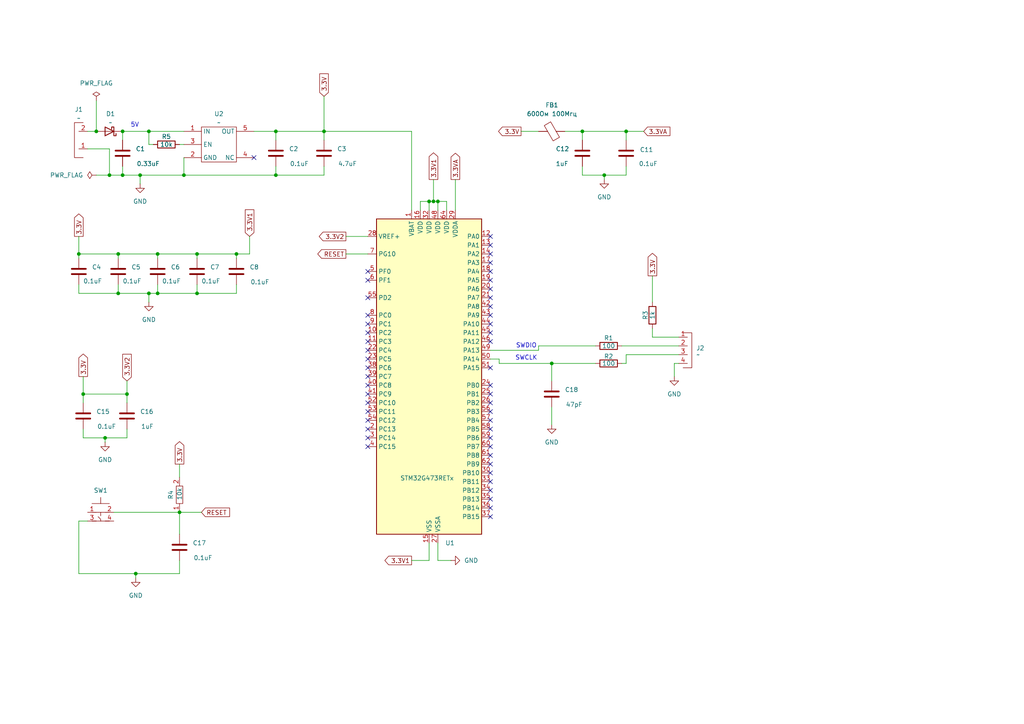
<source format=kicad_sch>
(kicad_sch (version 20250114) (generator "eeschema") (generator_version "9.0")
  (paper "A4")
  (lib_symbols
    (symbol "Device:C" (pin_numbers (hide yes)) (pin_names (offset 0.254))
      (property "Reference" "C" (at 0.635 2.54 0))
      (property "Value" "C" (at 0.635 -2.54 0))
      (symbol "C_0_1"
        (polyline (pts (xy -2.032 0.762) (xy 2.032 0.762)) (stroke (width 0.508)))
        (polyline (pts (xy -2.032 -0.762) (xy 2.032 -0.762)) (stroke (width 0.508)))
      )
      (symbol "C_1_1"
        (pin passive line (at 0 3.81 270) (length 2.794) (name "~") (number "1"))
        (pin passive line (at 0 -3.81 90) (length 2.794) (name "~") (number "2"))
      )
    )
    (symbol "Device:D_Schottky" (pin_numbers (hide yes)) (pin_names (offset 1.016) (hide yes))
      (property "Reference" "D" (at 0 2.54 0))
      (property "Value" "D_Schottky" (at 0 -2.54 0))
      (symbol "D_Schottky_0_1"
        (polyline (pts (xy -1.905 0.635) (xy -1.905 1.27) (xy -1.27 1.27) (xy -1.27 -1.27) (xy -0.635 -1.27) (xy -0.635 -0.635)) (stroke (width 0.254)))
        (polyline (pts (xy 1.27 1.27) (xy 1.27 -1.27) (xy -1.27 0) (xy 1.27 1.27)) (stroke (width 0.254)))
        (polyline (pts (xy 1.27 0) (xy -1.27 0)))
      )
      (symbol "D_Schottky_1_1"
        (pin passive line (at -3.81 0 0) (length 2.54) (name "K") (number "1"))
        (pin passive line (at 3.81 0 180) (length 2.54) (name "A") (number "2"))
      )
    )
    (symbol "Device:FerriteBead" (pin_numbers (hide yes)) (pin_names (offset 0))
      (property "Reference" "FB" (at -3.81 0.635 90))
      (property "Value" "FerriteBead" (at 3.81 0 90))
      (symbol "FerriteBead_0_1"
        (polyline (pts (xy -2.7686 0.4064) (xy -1.7018 2.2606) (xy 2.7686 -0.3048) (xy 1.6764 -2.159) (xy -2.7686 0.4064)))
        (polyline (pts (xy 0 1.27) (xy 0 1.2954)))
        (polyline (pts (xy 0 -1.27) (xy 0 -1.2192)))
      )
      (symbol "FerriteBead_1_1"
        (pin passive line (at 0 3.81 270) (length 2.54) (name "~") (number "1"))
        (pin passive line (at 0 -3.81 90) (length 2.54) (name "~") (number "2"))
      )
    )
    (symbol "Device:R" (pin_numbers (hide yes)) (pin_names (offset 0))
      (property "Reference" "R" (at 2.032 0 90))
      (property "Value" "R" (at 0 0 90))
      (symbol "R_0_1"
        (rectangle (start -1.016 -2.54) (end 1.016 2.54) (stroke (width 0.254)))
      )
      (symbol "R_1_1"
        (pin passive line (at 0 3.81 270) (length 1.27) (name "~") (number "1"))
        (pin passive line (at 0 -3.81 90) (length 1.27) (name "~") (number "2"))
      )
    )
    (symbol "MCU_ST_STM32G4:STM32G473RETx"
      (property "Reference" "U" (at -15.24 46.99 0))
      (property "Value" "STM32G473RETx" (at 10.16 46.99 0))
      (symbol "STM32G473RETx_0_1"
        (rectangle (start -15.24 -45.72) (end 15.24 45.72) (stroke (width 0.254)) (fill (type background)))
      )
      (symbol "STM32G473RETx_1_1"
        (pin input line (at -17.78 40.64 0) (length 2.54) (name "VREF+") (number "28"))
        (pin bidirectional line (at -17.78 35.56 0) (length 2.54) (name "PG10") (number "7"))
        (pin bidirectional line (at -17.78 30.48 0) (length 2.54) (name "PF0") (number "5"))
        (pin bidirectional line (at -17.78 27.94 0) (length 2.54) (name "PF1") (number "6"))
        (pin bidirectional line (at -17.78 22.86 0) (length 2.54) (name "PD2") (number "55"))
        (pin bidirectional line (at -17.78 17.78 0) (length 2.54) (name "PC0") (number "8"))
        (pin bidirectional line (at -17.78 15.24 0) (length 2.54) (name "PC1") (number "9"))
        (pin bidirectional line (at -17.78 12.7 0) (length 2.54) (name "PC2") (number "10"))
        (pin bidirectional line (at -17.78 10.16 0) (length 2.54) (name "PC3") (number "11"))
        (pin bidirectional line (at -17.78 7.62 0) (length 2.54) (name "PC4") (number "22"))
        (pin bidirectional line (at -17.78 5.08 0) (length 2.54) (name "PC5") (number "23"))
        (pin bidirectional line (at -17.78 2.54 0) (length 2.54) (name "PC6") (number "38"))
        (pin bidirectional line (at -17.78 0 0) (length 2.54) (name "PC7") (number "39"))
        (pin bidirectional line (at -17.78 -2.54 0) (length 2.54) (name "PC8") (number "40"))
        (pin bidirectional line (at -17.78 -5.08 0) (length 2.54) (name "PC9") (number "41"))
        (pin bidirectional line (at -17.78 -7.62 0) (length 2.54) (name "PC10") (number "52"))
        (pin bidirectional line (at -17.78 -10.16 0) (length 2.54) (name "PC11") (number "53"))
        (pin bidirectional line (at -17.78 -12.7 0) (length 2.54) (name "PC12") (number "54"))
        (pin bidirectional line (at -17.78 -15.24 0) (length 2.54) (name "PC13") (number "2"))
        (pin bidirectional line (at -17.78 -17.78 0) (length 2.54) (name "PC14") (number "3"))
        (pin bidirectional line (at -17.78 -20.32 0) (length 2.54) (name "PC15") (number "4"))
        (pin power_in line (at -5.08 48.26 270) (length 2.54) (name "VBAT") (number "1"))
        (pin power_in line (at -2.54 48.26 270) (length 2.54) (name "VDD") (number "16"))
        (pin power_in line (at 0 48.26 270) (length 2.54) (name "VDD") (number "32"))
        (pin power_in line (at 0 -48.26 90) (length 2.54) (name "VSS") (number "15"))
        (pin passive line (at 0 -48.26 90) (length 2.54) (hide yes) (name "VSS") (number "31"))
        (pin passive line (at 0 -48.26 90) (length 2.54) (hide yes) (name "VSS") (number "47"))
        (pin passive line (at 0 -48.26 90) (length 2.54) (hide yes) (name "VSS") (number "63"))
        (pin power_in line (at 2.54 48.26 270) (length 2.54) (name "VDD") (number "48"))
        (pin power_in line (at 2.54 -48.26 90) (length 2.54) (name "VSSA") (number "27"))
        (pin power_in line (at 5.08 48.26 270) (length 2.54) (name "VDD") (number "64"))
        (pin power_in line (at 7.62 48.26 270) (length 2.54) (name "VDDA") (number "29"))
        (pin bidirectional line (at 17.78 40.64 180) (length 2.54) (name "PA0") (number "12"))
        (pin bidirectional line (at 17.78 38.1 180) (length 2.54) (name "PA1") (number "13"))
        (pin bidirectional line (at 17.78 35.56 180) (length 2.54) (name "PA2") (number "14"))
        (pin bidirectional line (at 17.78 33.02 180) (length 2.54) (name "PA3") (number "17"))
        (pin bidirectional line (at 17.78 30.48 180) (length 2.54) (name "PA4") (number "18"))
        (pin bidirectional line (at 17.78 27.94 180) (length 2.54) (name "PA5") (number "19"))
        (pin bidirectional line (at 17.78 25.4 180) (length 2.54) (name "PA6") (number "20"))
        (pin bidirectional line (at 17.78 22.86 180) (length 2.54) (name "PA7") (number "21"))
        (pin bidirectional line (at 17.78 20.32 180) (length 2.54) (name "PA8") (number "42"))
        (pin bidirectional line (at 17.78 17.78 180) (length 2.54) (name "PA9") (number "43"))
        (pin bidirectional line (at 17.78 15.24 180) (length 2.54) (name "PA10") (number "44"))
        (pin bidirectional line (at 17.78 12.7 180) (length 2.54) (name "PA11") (number "45"))
        (pin bidirectional line (at 17.78 10.16 180) (length 2.54) (name "PA12") (number "46"))
        (pin bidirectional line (at 17.78 7.62 180) (length 2.54) (name "PA13") (number "49"))
        (pin bidirectional line (at 17.78 5.08 180) (length 2.54) (name "PA14") (number "50"))
        (pin bidirectional line (at 17.78 2.54 180) (length 2.54) (name "PA15") (number "51"))
        (pin bidirectional line (at 17.78 -2.54 180) (length 2.54) (name "PB0") (number "24"))
        (pin bidirectional line (at 17.78 -5.08 180) (length 2.54) (name "PB1") (number "25"))
        (pin bidirectional line (at 17.78 -7.62 180) (length 2.54) (name "PB2") (number "26"))
        (pin bidirectional line (at 17.78 -10.16 180) (length 2.54) (name "PB3") (number "56"))
        (pin bidirectional line (at 17.78 -12.7 180) (length 2.54) (name "PB4") (number "57"))
        (pin bidirectional line (at 17.78 -15.24 180) (length 2.54) (name "PB5") (number "58"))
        (pin bidirectional line (at 17.78 -17.78 180) (length 2.54) (name "PB6") (number "59"))
        (pin bidirectional line (at 17.78 -20.32 180) (length 2.54) (name "PB7") (number "60"))
        (pin bidirectional line (at 17.78 -22.86 180) (length 2.54) (name "PB8") (number "61"))
        (pin bidirectional line (at 17.78 -25.4 180) (length 2.54) (name "PB9") (number "62"))
        (pin bidirectional line (at 17.78 -27.94 180) (length 2.54) (name "PB10") (number "30"))
        (pin bidirectional line (at 17.78 -30.48 180) (length 2.54) (name "PB11") (number "33"))
        (pin bidirectional line (at 17.78 -33.02 180) (length 2.54) (name "PB12") (number "34"))
        (pin bidirectional line (at 17.78 -35.56 180) (length 2.54) (name "PB13") (number "35"))
        (pin bidirectional line (at 17.78 -38.1 180) (length 2.54) (name "PB14") (number "36"))
        (pin bidirectional line (at 17.78 -40.64 180) (length 2.54) (name "PB15") (number "37"))
      )
    )
    (symbol "My_Lib:J - B4P-VH"
      (property "Reference" "J" (at 5.334 0.508 0))
      (symbol "J - B4P-VH_0_1"
        (polyline (pts (xy 10.16 -3.81) (xy 10.16 -1.27) (xy 0 -1.27) (xy 0 -3.81)))
      )
      (symbol "J - B4P-VH_1_1"
        (pin power_in line (at 1.27 -5.08 90) (length 2.54) (name "") (number "1"))
        (pin power_in line (at 3.81 -5.08 90) (length 2.54) (name "") (number "2"))
        (pin power_in line (at 6.35 -5.08 90) (length 2.54) (name "") (number "3"))
        (pin power_in line (at 8.89 -5.08 90) (length 2.54) (name "") (number "4"))
      )
    )
    (symbol "My_Lib:J - TB-09A"
      (property "Reference" "J1" (at 8.89 -1.27 90))
      (property "Value" "~" (at 6.35 -1.27 90))
      (symbol "J - TB-09A_0_1"
        (polyline (pts (xy 5.08 -2.54) (xy 5.08 0) (xy -5.08 0) (xy -5.08 -2.54)))
      )
      (symbol "J - TB-09A_1_1"
        (pin power_in line (at -2.54 -3.81 90) (length 2.54) (name "") (number "1"))
        (pin power_in line (at 2.54 -3.81 90) (length 2.54) (name "") (number "2"))
      )
    )
    (symbol "My_Lib:LDO_AP2112K-3.3"
      (property "Reference" "U" (at 5.08 1.27 0))
      (symbol "LDO_AP2112K-3.3_0_1"
        (rectangle (start 0 0) (end 10.16 -10.16))
      )
      (symbol "LDO_AP2112K-3.3_1_0"
        (pin input line (at -5.08 -1.27 0) (length 5.08) (name "IN") (number "1"))
        (pin input line (at -5.08 -5.08 0) (length 5.08) (name "EN") (number "3"))
        (pin input line (at -5.08 -8.89 0) (length 5.08) (name "GND") (number "2"))
        (pin output line (at 15.24 -1.27 180) (length 5.08) (name "OUT") (number "5"))
        (pin input line (at 15.24 -8.89 180) (length 5.08) (name "NC") (number "4"))
      )
    )
    (symbol "My_Lib:R - CF100-3K3-J-TB-070-62" (pin_names (offset 0.762))
      (property "Reference" "R" (at 6.604 3.048 0))
      (symbol "R - CF100-3K3-J-TB-070-62_0_1"
        (rectangle (start 5.08 0.9525) (end 10.16 -0.9525))
      )
      (symbol "R - CF100-3K3-J-TB-070-62_1_0"
        (pin passive line (at 2.54 0 0) (length 2.54) (name "~") (number "1"))
        (pin passive line (at 12.7 0 180) (length 2.54) (name "~") (number "2"))
      )
    )
    (symbol "My_Lib:SW_Push" (pin_names (offset 1.016) (hide yes))
      (property "Reference" "SW" (at 1.27 2.54 0))
      (symbol "SW_Push_0_1"
        (polyline (pts (xy 0 1.27) (xy 0 3.048)))
        (polyline (pts (xy 0 -1.27) (xy 0 -2.286)))
        (polyline (pts (xy 0 -3.81) (xy 0 -3.302) (xy -0.762 -2.54)))
        (polyline (pts (xy 2.54 1.27) (xy -2.54 1.27)))
        (polyline (pts (xy 2.54 -1.27) (xy -2.54 -1.27)))
        (polyline (pts (xy 2.54 -3.81) (xy -2.54 -3.81)))
        (pin passive line (at -3.81 -1.27 0) (length 2.54) (name "1") (number "1"))
      )
      (symbol "SW_Push_1_1"
        (pin passive line (at -3.81 -3.81 0) (length 2.54) (name "") (number "3"))
        (pin passive line (at 3.81 -1.27 180) (length 2.54) (name "") (number "2"))
        (pin passive line (at 3.81 -3.81 180) (length 2.54) (name "") (number "4"))
      )
    )
    (symbol "power:GND" (power) (pin_numbers (hide yes)) (pin_names (offset 0) (hide yes))
      (property "Value" "GND" (at 0 -3.81 0))
      (symbol "GND_0_1"
        (polyline (pts (xy 0 0) (xy 0 -1.27) (xy 1.27 -1.27) (xy 0 -2.54) (xy -1.27 -1.27) (xy 0 -1.27)))
      )
      (symbol "GND_1_1"
        (pin power_in line (at 0 0 270) (length 0) (name "~") (number "1"))
      )
    )
    (symbol "power:PWR_FLAG" (power) (pin_numbers (hide yes)) (pin_names (offset 0) (hide yes))
      (property "Value" "PWR_FLAG" (at 0 3.81 0))
      (symbol "PWR_FLAG_0_0"
        (pin power_out line (at 0 0 90) (length 0) (name "~") (number "1"))
      )
      (symbol "PWR_FLAG_0_1"
        (polyline (pts (xy 0 0) (xy 0 1.27) (xy -1.016 1.905) (xy 0 2.54) (xy 1.016 1.905) (xy 0 1.27)))
      )
    )
  )
  (text "SWDIO\n" (at 152.654 100.33 0) (effects (font (size 1.27 1.27))))
  (text "5V" (at 39.116 36.322 0) (effects (font (size 1.27 1.27))))
  (text "SWCLK\n\n" (at 152.654 104.902 0) (effects (font (size 1.27 1.27))))
  (junction (at 80.01 50.8))
  (junction (at 24.13 114.3))
  (junction (at 43.18 85.09))
  (junction (at 57.15 85.09))
  (junction (at 45.72 73.66))
  (junction (at 168.91 38.1))
  (junction (at 57.15 73.66))
  (junction (at 45.72 85.09))
  (junction (at 30.48 127))
  (junction (at 34.29 73.66))
  (junction (at 34.29 85.09))
  (junction (at 53.34 50.8))
  (junction (at 36.83 114.3))
  (junction (at 124.46 58.42))
  (junction (at 43.18 38.1))
  (junction (at 160.02 105.41))
  (junction (at 31.75 50.8))
  (junction (at 181.61 38.1))
  (junction (at 93.98 38.1))
  (junction (at 35.56 38.1))
  (junction (at 175.26 50.8))
  (junction (at 127 58.42))
  (junction (at 52.07 148.59))
  (junction (at 40.64 50.8))
  (junction (at 80.01 38.1))
  (junction (at 22.86 73.66))
  (junction (at 125.73 58.42))
  (junction (at 68.58 73.66))
  (junction (at 39.37 166.37))
  (junction (at 35.56 50.8))
  (junction (at 27.94 38.1))
  (no_connect (at 106.68 96.52))
  (no_connect (at 106.68 104.14))
  (no_connect (at 142.24 127))
  (no_connect (at 142.24 71.12))
  (no_connect (at 142.24 111.76))
  (no_connect (at 142.24 78.74))
  (no_connect (at 106.68 81.28))
  (no_connect (at 106.68 114.3))
  (no_connect (at 106.68 106.68))
  (no_connect (at 142.24 144.78))
  (no_connect (at 106.68 78.74))
  (no_connect (at 142.24 68.58))
  (no_connect (at 142.24 106.68))
  (no_connect (at 73.66 45.72))
  (no_connect (at 142.24 73.66))
  (no_connect (at 142.24 83.82))
  (no_connect (at 142.24 139.7))
  (no_connect (at 106.68 119.38))
  (no_connect (at 106.68 124.46))
  (no_connect (at 106.68 86.36))
  (no_connect (at 142.24 121.92))
  (no_connect (at 142.24 93.98))
  (no_connect (at 106.68 91.44))
  (no_connect (at 142.24 147.32))
  (no_connect (at 142.24 149.86))
  (no_connect (at 142.24 129.54))
  (no_connect (at 106.68 121.92))
  (no_connect (at 106.68 93.98))
  (no_connect (at 106.68 101.6))
  (no_connect (at 142.24 81.28))
  (no_connect (at 142.24 86.36))
  (no_connect (at 142.24 88.9))
  (no_connect (at 106.68 129.54))
  (no_connect (at 142.24 137.16))
  (no_connect (at 142.24 91.44))
  (no_connect (at 142.24 116.84))
  (no_connect (at 142.24 96.52))
  (no_connect (at 142.24 114.3))
  (no_connect (at 142.24 134.62))
  (no_connect (at 106.68 127))
  (no_connect (at 142.24 99.06))
  (no_connect (at 106.68 109.22))
  (no_connect (at 142.24 76.2))
  (no_connect (at 106.68 111.76))
  (no_connect (at 142.24 124.46))
  (no_connect (at 106.68 99.06))
  (no_connect (at 106.68 116.84))
  (no_connect (at 142.24 132.08))
  (no_connect (at 142.24 142.24))
  (no_connect (at 142.24 119.38))
  (wire (pts (xy 40.64 50.8) (xy 40.64 53.34)))
  (wire (pts (xy 160.02 105.41) (xy 160.02 110.49)))
  (wire (pts (xy 34.29 73.66) (xy 45.72 73.66)))
  (wire (pts (xy 43.18 85.09) (xy 45.72 85.09)))
  (wire (pts (xy 168.91 38.1) (xy 168.91 40.64)))
  (wire (pts (xy 25.4 43.18) (xy 31.75 43.18)))
  (wire (pts (xy 181.61 38.1) (xy 181.61 40.64)))
  (wire (pts (xy 43.18 41.91) (xy 43.18 38.1)))
  (wire (pts (xy 53.34 50.8) (xy 80.01 50.8)))
  (wire (pts (xy 175.26 50.8) (xy 175.26 52.07)))
  (wire (pts (xy 156.21 38.1) (xy 151.13 38.1)))
  (wire (pts (xy 189.23 80.01) (xy 189.23 87.63)))
  (wire (pts (xy 121.92 60.96) (xy 121.92 58.42)))
  (wire (pts (xy 93.98 27.94) (xy 93.98 38.1)))
  (wire (pts (xy 24.13 127) (xy 24.13 124.46)))
  (wire (pts (xy 144.78 104.14) (xy 142.24 104.14)))
  (wire (pts (xy 24.13 114.3) (xy 36.83 114.3)))
  (wire (pts (xy 100.33 73.66) (xy 106.68 73.66)))
  (wire (pts (xy 189.23 95.25) (xy 189.23 97.79)))
  (wire (pts (xy 22.86 85.09) (xy 34.29 85.09)))
  (wire (pts (xy 36.83 124.46) (xy 36.83 127)))
  (wire (pts (xy 68.58 85.09) (xy 68.58 82.55)))
  (wire (pts (xy 22.86 73.66) (xy 34.29 73.66)))
  (wire (pts (xy 24.13 109.22) (xy 24.13 114.3)))
  (wire (pts (xy 53.34 50.8) (xy 40.64 50.8)))
  (wire (pts (xy 24.13 116.84) (xy 24.13 114.3)))
  (wire (pts (xy 57.15 73.66) (xy 68.58 73.66)))
  (wire (pts (xy 156.21 101.6) (xy 142.24 101.6)))
  (wire (pts (xy 125.73 52.07) (xy 125.73 58.42)))
  (wire (pts (xy 196.85 97.79) (xy 189.23 97.79)))
  (wire (pts (xy 100.33 68.58) (xy 106.68 68.58)))
  (wire (pts (xy 168.91 38.1) (xy 163.83 38.1)))
  (wire (pts (xy 72.39 68.58) (xy 72.39 73.66)))
  (wire (pts (xy 80.01 48.26) (xy 80.01 50.8)))
  (wire (pts (xy 45.72 73.66) (xy 45.72 74.93)))
  (wire (pts (xy 129.54 58.42) (xy 127 58.42)))
  (wire (pts (xy 43.18 41.91) (xy 44.45 41.91)))
  (wire (pts (xy 22.86 85.09) (xy 22.86 82.55)))
  (wire (pts (xy 35.56 50.8) (xy 31.75 50.8)))
  (wire (pts (xy 57.15 85.09) (xy 68.58 85.09)))
  (wire (pts (xy 53.34 45.72) (xy 53.34 50.8)))
  (wire (pts (xy 160.02 105.41) (xy 172.72 105.41)))
  (wire (pts (xy 40.64 50.8) (xy 35.56 50.8)))
  (wire (pts (xy 52.07 134.62) (xy 52.07 138.43)))
  (wire (pts (xy 52.07 162.56) (xy 52.07 166.37)))
  (wire (pts (xy 80.01 50.8) (xy 93.98 50.8)))
  (wire (pts (xy 124.46 162.56) (xy 124.46 157.48)))
  (wire (pts (xy 181.61 50.8) (xy 175.26 50.8)))
  (wire (pts (xy 80.01 38.1) (xy 93.98 38.1)))
  (wire (pts (xy 73.66 38.1) (xy 80.01 38.1)))
  (wire (pts (xy 127 162.56) (xy 127 157.48)))
  (wire (pts (xy 160.02 105.41) (xy 144.78 105.41)))
  (wire (pts (xy 195.58 105.41) (xy 196.85 105.41)))
  (wire (pts (xy 35.56 40.64) (xy 35.56 38.1)))
  (wire (pts (xy 45.72 85.09) (xy 45.72 82.55)))
  (wire (pts (xy 39.37 166.37) (xy 52.07 166.37)))
  (wire (pts (xy 181.61 38.1) (xy 168.91 38.1)))
  (wire (pts (xy 119.38 162.56) (xy 124.46 162.56)))
  (wire (pts (xy 36.83 110.49) (xy 36.83 114.3)))
  (wire (pts (xy 144.78 105.41) (xy 144.78 104.14)))
  (wire (pts (xy 22.86 151.13) (xy 25.4 151.13)))
  (wire (pts (xy 181.61 48.26) (xy 181.61 50.8)))
  (wire (pts (xy 186.69 38.1) (xy 181.61 38.1)))
  (wire (pts (xy 34.29 73.66) (xy 34.29 74.93)))
  (wire (pts (xy 156.21 100.33) (xy 156.21 101.6)))
  (wire (pts (xy 175.26 50.8) (xy 168.91 50.8)))
  (wire (pts (xy 160.02 118.11) (xy 160.02 123.19)))
  (wire (pts (xy 35.56 38.1) (xy 43.18 38.1)))
  (wire (pts (xy 31.75 43.18) (xy 31.75 50.8)))
  (wire (pts (xy 57.15 73.66) (xy 57.15 74.93)))
  (wire (pts (xy 121.92 58.42) (xy 124.46 58.42)))
  (wire (pts (xy 127 60.96) (xy 127 58.42)))
  (wire (pts (xy 22.86 73.66) (xy 22.86 74.93)))
  (wire (pts (xy 27.94 50.8) (xy 31.75 50.8)))
  (wire (pts (xy 93.98 38.1) (xy 119.38 38.1)))
  (wire (pts (xy 93.98 40.64) (xy 93.98 38.1)))
  (wire (pts (xy 168.91 48.26) (xy 168.91 50.8)))
  (wire (pts (xy 30.48 127) (xy 30.48 128.27)))
  (wire (pts (xy 68.58 73.66) (xy 72.39 73.66)))
  (wire (pts (xy 45.72 85.09) (xy 57.15 85.09)))
  (wire (pts (xy 22.86 151.13) (xy 22.86 166.37)))
  (wire (pts (xy 180.34 105.41) (xy 181.61 105.41)))
  (wire (pts (xy 34.29 85.09) (xy 34.29 82.55)))
  (wire (pts (xy 124.46 58.42) (xy 124.46 60.96)))
  (wire (pts (xy 34.29 85.09) (xy 43.18 85.09)))
  (wire (pts (xy 39.37 166.37) (xy 39.37 167.64)))
  (wire (pts (xy 129.54 60.96) (xy 129.54 58.42)))
  (wire (pts (xy 36.83 114.3) (xy 36.83 116.84)))
  (wire (pts (xy 80.01 40.64) (xy 80.01 38.1)))
  (wire (pts (xy 196.85 102.87) (xy 181.61 102.87)))
  (wire (pts (xy 156.21 100.33) (xy 172.72 100.33)))
  (wire (pts (xy 27.94 29.21) (xy 27.94 38.1)))
  (wire (pts (xy 195.58 105.41) (xy 195.58 109.22)))
  (wire (pts (xy 181.61 102.87) (xy 181.61 105.41)))
  (wire (pts (xy 52.07 41.91) (xy 53.34 41.91)))
  (wire (pts (xy 119.38 38.1) (xy 119.38 60.96)))
  (wire (pts (xy 30.48 127) (xy 36.83 127)))
  (wire (pts (xy 25.4 38.1) (xy 27.94 38.1)))
  (wire (pts (xy 68.58 73.66) (xy 68.58 74.93)))
  (wire (pts (xy 130.81 162.56) (xy 127 162.56)))
  (wire (pts (xy 52.07 148.59) (xy 58.42 148.59)))
  (wire (pts (xy 52.07 148.59) (xy 52.07 154.94)))
  (wire (pts (xy 35.56 48.26) (xy 35.56 50.8)))
  (wire (pts (xy 93.98 48.26) (xy 93.98 50.8)))
  (wire (pts (xy 57.15 85.09) (xy 57.15 82.55)))
  (wire (pts (xy 43.18 85.09) (xy 43.18 87.63)))
  (wire (pts (xy 33.02 148.59) (xy 52.07 148.59)))
  (wire (pts (xy 125.73 58.42) (xy 124.46 58.42)))
  (wire (pts (xy 132.08 52.07) (xy 132.08 60.96)))
  (wire (pts (xy 22.86 166.37) (xy 39.37 166.37)))
  (wire (pts (xy 22.86 68.58) (xy 22.86 73.66)))
  (wire (pts (xy 127 58.42) (xy 125.73 58.42)))
  (wire (pts (xy 45.72 73.66) (xy 57.15 73.66)))
  (wire (pts (xy 180.34 100.33) (xy 196.85 100.33)))
  (wire (pts (xy 43.18 38.1) (xy 53.34 38.1)))
  (wire (pts (xy 24.13 127) (xy 30.48 127)))
  (global_label "3.3V" (shape output) (at 151.13 38.1 180) (property "Intersheetrefs" "${INTERSHEET_REFS}" (effects (hide yes))))
  (global_label "3.3V" (shape input) (at 93.98 27.94 90) (property "Intersheetrefs" "${INTERSHEET_REFS}" (effects (hide yes))))
  (global_label "3.3V1" (shape output) (at 125.73 52.07 90) (property "Intersheetrefs" "${INTERSHEET_REFS}" (effects (hide yes))))
  (global_label "3.3V" (shape output) (at 189.23 80.01 90) (property "Intersheetrefs" "${INTERSHEET_REFS}" (effects (hide yes))))
  (global_label "3.3V2" (shape input) (at 36.83 110.49 90) (property "Intersheetrefs" "${INTERSHEET_REFS}" (effects (hide yes))))
  (global_label "3.3V1" (shape output) (at 119.38 162.56 180) (property "Intersheetrefs" "${INTERSHEET_REFS}" (effects (hide yes))))
  (global_label "3.3V" (shape output) (at 24.13 109.22 90) (property "Intersheetrefs" "${INTERSHEET_REFS}" (effects (hide yes))))
  (global_label "RESET" (shape output) (at 100.33 73.66 180) (property "Intersheetrefs" "${INTERSHEET_REFS}" (effects (hide yes))))
  (global_label "3.3VA" (shape input) (at 186.69 38.1 0) (property "Intersheetrefs" "${INTERSHEET_REFS}" (effects (hide yes))))
  (global_label "3.3V" (shape output) (at 22.86 68.58 90) (property "Intersheetrefs" "${INTERSHEET_REFS}" (effects (hide yes))))
  (global_label "3.3V2" (shape output) (at 100.33 68.58 180) (property "Intersheetrefs" "${INTERSHEET_REFS}" (effects (hide yes))))
  (global_label "3.3VA" (shape output) (at 132.08 52.07 90) (property "Intersheetrefs" "${INTERSHEET_REFS}" (effects (hide yes))))
  (global_label "RESET" (shape input) (at 58.42 148.59 0) (property "Intersheetrefs" "${INTERSHEET_REFS}" (effects (hide yes))))
  (global_label "3.3V1" (shape input) (at 72.39 68.58 90) (property "Intersheetrefs" "${INTERSHEET_REFS}" (effects (hide yes))))
  (global_label "3.3V" (shape output) (at 52.07 134.62 90) (property "Intersheetrefs" "${INTERSHEET_REFS}" (effects (hide yes))))
  (symbol (lib_id "Device:C") (at 160.02 114.3 0) (unit 1)
    (property "Reference" "C18" (at 163.83 113.0299 0) (effects (justify left)))
    (property "Value" "47pF" (at 164.084 117.348 0) (effects (justify left)))
    (property "Footprint" "Resistor_SMD:R_0201_0603Metric" (effects (hide yes)))
    (property "Description" "Unpolarized capacitor" (effects (hide yes)))
  )
  (symbol (lib_id "Device:C") (at 93.98 44.45 0) (unit 1)
    (property "Reference" "C3" (at 97.79 43.1799 0) (effects (justify left)))
    (property "Value" "4.7uF" (at 98.044 47.498 0) (effects (justify left)))
    (property "Footprint" "Resistor_SMD:R_0805_2012Metric" (effects (hide yes)))
    (property "Description" "Unpolarized capacitor" (effects (hide yes)))
  )
  (symbol (lib_id "Device:R") (at 48.26 41.91 90) (unit 1)
    (property "Reference" "R5" (at 48.26 39.624 90))
    (property "Value" "10k" (at 48.26 41.91 90))
    (property "Footprint" "Resistor_SMD:R_0201_0603Metric" (effects (hide yes)))
    (property "Description" "Resistor" (effects (hide yes)))
  )
  (symbol (lib_id "Device:C") (at 57.15 78.74 0) (unit 1)
    (property "Reference" "C7" (at 60.96 77.4699 0) (effects (justify left)))
    (property "Value" "0.1uF" (at 58.42 81.534 0) (effects (justify left)))
    (property "Footprint" "Resistor_SMD:R_0201_0603Metric" (effects (hide yes)))
    (property "Description" "Unpolarized capacitor" (effects (hide yes)))
  )
  (symbol (lib_id "power:GND") (at 195.58 109.22 0) (unit 1)
    (property "Reference" "#PWR07" (effects (hide yes)))
    (property "Value" "GND" (at 195.58 114.3 0))
    (property "Description" "Power symbol creates a global label with name \"GND\" , ground" (effects (hide yes)))
  )
  (symbol (lib_id "power:GND") (at 40.64 53.34 0) (unit 1)
    (property "Reference" "#PWR01" (effects (hide yes)))
    (property "Value" "GND" (at 40.64 58.42 0))
    (property "Description" "Power symbol creates a global label with name \"GND\" , ground" (effects (hide yes)))
  )
  (symbol (lib_id "MCU_ST_STM32G4:STM32G473RETx") (at 124.46 109.22 0) (unit 1)
    (property "Reference" "U1" (at 129.1433 157.48 0) (effects (justify left)))
    (property "Value" "STM32G473RETx" (at 116.078 138.684 0) (effects (justify left)))
    (property "Footprint" "Package_QFP:LQFP-64_10x10mm_P0.5mm" (effects (hide yes)))
    (property "Datasheet" "https://www.st.com/resource/en/datasheet/stm32g473re.pdf" (effects (hide yes)))
    (property "Description" "STMicroelectronics Arm Cortex-M4 MCU, 512KB flash, 128KB RAM, 170 MHz, 1.71-3.6V, 52 GPIO, LQFP64" (effects (hide yes)))
  )
  (symbol (lib_id "My_Lib:SW_Push") (at 29.21 147.32 0) (unit 1)
    (property "Reference" "SW1" (at 29.21 142.24 0))
    (property "Value" "SW_Push" (effects (hide yes)))
    (property "Footprint" "My_lib2:0650HIM-130G-G" (effects (hide yes)))
    (property "Description" "Push button switch, generic, two pins" (effects (hide yes)))
  )
  (symbol (lib_id "Device:D_Schottky") (at 31.75 38.1 180) (unit 1)
    (property "Reference" "D1" (at 32.0675 33.02 0))
    (property "Value" "~" (at 32.0675 35.56 0))
    (property "Footprint" "Diode_SMD:D_SOD-123" (effects (hide yes)))
    (property "Description" "Schottky diode" (effects (hide yes)))
  )
  (symbol (lib_id "Device:C") (at 52.07 158.75 0) (unit 1)
    (property "Reference" "C17" (at 55.88 157.4799 0) (effects (justify left)))
    (property "Value" "0.1uF" (at 56.134 161.798 0) (effects (justify left)))
    (property "Footprint" "Resistor_SMD:R_0201_0603Metric" (effects (hide yes)))
    (property "Description" "Unpolarized capacitor" (effects (hide yes)))
  )
  (symbol (lib_id "power:GND") (at 39.37 167.64 0) (unit 1)
    (property "Reference" "#PWR08" (effects (hide yes)))
    (property "Value" "GND" (at 39.37 172.72 0))
    (property "Description" "Power symbol creates a global label with name \"GND\" , ground" (effects (hide yes)))
  )
  (symbol (lib_id "power:GND") (at 160.02 123.19 0) (unit 1)
    (property "Reference" "#PWR06" (effects (hide yes)))
    (property "Value" "GND" (at 160.02 128.27 0))
    (property "Description" "Power symbol creates a global label with name \"GND\" , ground" (effects (hide yes)))
  )
  (symbol (lib_id "My_Lib:R - CF100-3K3-J-TB-070-62") (at 52.07 151.13 90) (unit 1)
    (property "Reference" "R4" (at 49.53 143.51 0))
    (property "Value" "10k" (at 52.07 143.256 0))
    (property "Footprint" "Resistor_SMD:R_0201_0603Metric" (effects (hide yes)))
    (property "Description" "CF100-3K3-J-TB-070-62 CARBON FILM FIXED RESISTOR, 1.0(1W)" (effects (hide yes)))
    (property "Description_1" "CARBON FILM FIXED RESISTOR, 1.0(1W)" (effects (hide yes)))
    (property "Manufacturer_Name" "HKR" (effects (hide yes)))
    (property "Manufacturer_Part_Number" "CF100-3K3-J-TB-070-62" (effects (hide yes)))
  )
  (symbol (lib_id "My_Lib:LDO_AP2112K-3.3") (at 58.42 36.83 0) (unit 1)
    (property "Reference" "U2" (at 63.5 33.02 0))
    (property "Value" "~" (at 63.5 35.56 0))
    (property "Footprint" "Package_TO_SOT_SMD:SOT-23-5" (effects (hide yes)))
    (property "Datasheet" "https://static.chipdip.ru/lib/803/DOC005803718.pdf" (effects (hide yes)))
    (property "Description" "AP2112K-3.3TRG1" (effects (hide yes)))
  )
  (symbol (lib_id "power:GND") (at 30.48 128.27 0) (unit 1)
    (property "Reference" "#PWR04" (effects (hide yes)))
    (property "Value" "GND" (at 30.48 133.35 0))
    (property "Description" "Power symbol creates a global label with name \"GND\" , ground" (effects (hide yes)))
  )
  (symbol (lib_id "power:PWR_FLAG") (at 27.94 29.21 0) (unit 1)
    (property "Reference" "#FLG01" (effects (hide yes)))
    (property "Value" "PWR_FLAG" (at 27.94 24.13 0))
    (property "Description" "Special symbol for telling ERC where power comes from" (effects (hide yes)))
  )
  (symbol (lib_id "power:GND") (at 130.81 162.56 90) (unit 1)
    (property "Reference" "#PWR03" (effects (hide yes)))
    (property "Value" "GND" (at 134.62 162.5599 90) (effects (justify right)))
    (property "Description" "Power symbol creates a global label with name \"GND\" , ground" (effects (hide yes)))
  )
  (symbol (lib_id "Device:R") (at 189.23 91.44 180) (unit 1)
    (property "Reference" "R3" (at 187.198 91.44 90))
    (property "Value" "1k" (at 189.23 91.44 90))
    (property "Footprint" "Resistor_SMD:R_0201_0603Metric" (effects (hide yes)))
    (property "Description" "Resistor" (effects (hide yes)))
  )
  (symbol (lib_id "My_Lib:J - B4P-VH") (at 201.93 96.52 270) (unit 1)
    (property "Reference" "J2" (at 201.93 100.9649 90) (effects (justify left)))
    (property "Value" "~" (at 201.93 102.87 90) (effects (justify left)))
    (property "Footprint" "My_lib2:J - W04M" (effects (hide yes)))
    (property "Datasheet" "https://static.chipdip.ru/lib/631/DOC011631422.pdf" (effects (hide yes)))
    (property "Description" "W04M" (effects (hide yes)))
  )
  (symbol (lib_id "power:GND") (at 175.26 52.07 0) (unit 1)
    (property "Reference" "#PWR09" (effects (hide yes)))
    (property "Value" "GND" (at 175.26 57.15 0))
    (property "Description" "Power symbol creates a global label with name \"GND\" , ground" (effects (hide yes)))
  )
  (symbol (lib_id "Device:C") (at 68.58 78.74 0) (unit 1)
    (property "Reference" "C8" (at 72.39 77.4699 0) (effects (justify left)))
    (property "Value" "0.1uF" (at 72.644 81.788 0) (effects (justify left)))
    (property "Footprint" "Resistor_SMD:R_0201_0603Metric" (effects (hide yes)))
    (property "Description" "Unpolarized capacitor" (effects (hide yes)))
  )
  (symbol (lib_id "My_Lib:J - TB-09A") (at 21.59 40.64 90) (unit 1)
    (property "Reference" "J1" (at 22.86 31.75 90))
    (property "Value" "~" (at 22.86 34.29 90))
    (property "Footprint" "My_lib2:TB-09A" (effects (hide yes)))
    (property "Description" "Винтовой разъем на плату" (effects (hide yes)))
  )
  (symbol (lib_id "Device:C") (at 36.83 120.65 0) (unit 1)
    (property "Reference" "C16" (at 40.64 119.3799 0) (effects (justify left)))
    (property "Value" "1uF" (at 40.894 123.698 0) (effects (justify left)))
    (property "Footprint" "Resistor_SMD:R_0805_2012Metric" (effects (hide yes)))
    (property "Description" "Unpolarized capacitor" (effects (hide yes)))
  )
  (symbol (lib_id "Device:C") (at 34.29 78.74 0) (unit 1)
    (property "Reference" "C5" (at 38.1 77.4699 0) (effects (justify left)))
    (property "Value" "0.1uF" (at 35.56 81.534 0) (effects (justify left)))
    (property "Footprint" "Resistor_SMD:R_0201_0603Metric" (effects (hide yes)))
    (property "Description" "Unpolarized capacitor" (effects (hide yes)))
  )
  (symbol (lib_id "Device:C") (at 80.01 44.45 0) (unit 1)
    (property "Reference" "C2" (at 83.82 43.1799 0) (effects (justify left)))
    (property "Value" "0.1uF" (at 84.074 47.498 0) (effects (justify left)))
    (property "Footprint" "Resistor_SMD:R_0201_0603Metric" (effects (hide yes)))
    (property "Description" "Unpolarized capacitor" (effects (hide yes)))
  )
  (symbol (lib_id "Device:C") (at 24.13 120.65 0) (unit 1)
    (property "Reference" "C15" (at 27.94 119.3799 0) (effects (justify left)))
    (property "Value" "0.1uF" (at 28.194 123.698 0) (effects (justify left)))
    (property "Footprint" "Resistor_SMD:R_0201_0603Metric" (effects (hide yes)))
    (property "Description" "Unpolarized capacitor" (effects (hide yes)))
  )
  (symbol (lib_id "Device:C") (at 45.72 78.74 0) (unit 1)
    (property "Reference" "C6" (at 49.53 77.4699 0) (effects (justify left)))
    (property "Value" "0.1uF" (at 46.99 81.534 0) (effects (justify left)))
    (property "Footprint" "Resistor_SMD:R_0201_0603Metric" (effects (hide yes)))
    (property "Description" "Unpolarized capacitor" (effects (hide yes)))
  )
  (symbol (lib_id "Device:C") (at 168.91 44.45 0) (mirror y) (unit 1)
    (property "Reference" "C12" (at 165.1 43.1799 0) (effects (justify left)))
    (property "Value" "1uF" (at 164.846 47.498 0) (effects (justify left)))
    (property "Footprint" "Resistor_SMD:R_0805_2012Metric" (effects (hide yes)))
    (property "Description" "Unpolarized capacitor" (effects (hide yes)))
  )
  (symbol (lib_id "Device:C") (at 181.61 44.45 0) (mirror y) (unit 1)
    (property "Reference" "C11" (at 189.484 43.434 0) (effects (justify left)))
    (property "Value" "0.1uF" (at 190.754 47.498 0) (effects (justify left)))
    (property "Footprint" "Resistor_SMD:R_0201_0603Metric" (effects (hide yes)))
    (property "Description" "Unpolarized capacitor" (effects (hide yes)))
  )
  (symbol (lib_id "power:GND") (at 43.18 87.63 0) (unit 1)
    (property "Reference" "#PWR02" (effects (hide yes)))
    (property "Value" "GND" (at 43.18 92.71 0))
    (property "Description" "Power symbol creates a global label with name \"GND\" , ground" (effects (hide yes)))
  )
  (symbol (lib_id "Device:C") (at 22.86 78.74 0) (unit 1)
    (property "Reference" "C4" (at 26.67 77.4699 0) (effects (justify left)))
    (property "Value" "0.1uF" (at 24.13 81.534 0) (effects (justify left)))
    (property "Footprint" "Resistor_SMD:R_0201_0603Metric" (effects (hide yes)))
    (property "Description" "Unpolarized capacitor" (effects (hide yes)))
  )
  (symbol (lib_id "Device:R") (at 176.53 100.33 90) (unit 1)
    (property "Reference" "R1" (at 176.53 98.044 90))
    (property "Value" "100" (at 176.53 100.33 90))
    (property "Footprint" "Resistor_SMD:R_0201_0603Metric" (effects (hide yes)))
    (property "Description" "Resistor" (effects (hide yes)))
  )
  (symbol (lib_id "Device:C") (at 35.56 44.45 0) (unit 1)
    (property "Reference" "C1" (at 39.37 43.1799 0) (effects (justify left)))
    (property "Value" "0.33uF" (at 39.624 47.498 0) (effects (justify left)))
    (property "Footprint" "Resistor_SMD:R_0201_0603Metric" (effects (hide yes)))
    (property "Description" "Unpolarized capacitor" (effects (hide yes)))
  )
  (symbol (lib_id "Device:R") (at 176.53 105.41 90) (unit 1)
    (property "Reference" "R2" (at 176.53 103.378 90))
    (property "Value" "100" (at 176.53 105.41 90))
    (property "Footprint" "Resistor_SMD:R_0201_0603Metric" (effects (hide yes)))
    (property "Description" "Resistor" (effects (hide yes)))
  )
  (symbol (lib_id "Device:FerriteBead") (at 160.02 38.1 270) (mirror x) (unit 1)
    (property "Reference" "FB1" (at 160.0708 30.48 90))
    (property "Value" "600Ом 100Мгц" (at 160.0708 33.02 90))
    (property "Footprint" "Resistor_SMD:R_0201_0603Metric" (effects (hide yes)))
    (property "Description" "Ferrite bead" (effects (hide yes)))
  )
  (symbol (lib_id "power:PWR_FLAG") (at 27.94 50.8 90) (unit 1)
    (property "Reference" "#FLG02" (effects (hide yes)))
    (property "Value" "PWR_FLAG" (at 24.13 50.7999 90) (effects (justify left)))
    (property "Description" "Special symbol for telling ERC where power comes from" (effects (hide yes)))
  )
)
</source>
